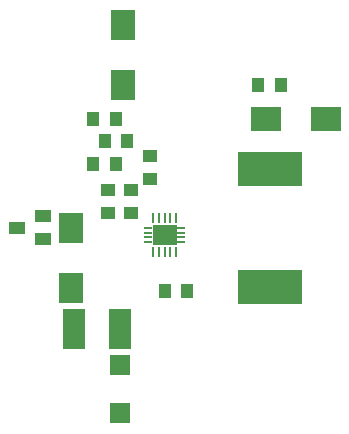
<source format=gbr>
%TF.GenerationSoftware,KiCad,Pcbnew,6.0.4-6f826c9f35~116~ubuntu20.04.1*%
%TF.CreationDate,2022-07-20T12:46:52+00:00*%
%TF.ProjectId,TPS63060V01B,54505336-3330-4363-9056-3031422e6b69,rev?*%
%TF.SameCoordinates,Original*%
%TF.FileFunction,Paste,Bot*%
%TF.FilePolarity,Positive*%
%FSLAX46Y46*%
G04 Gerber Fmt 4.6, Leading zero omitted, Abs format (unit mm)*
G04 Created by KiCad (PCBNEW 6.0.4-6f826c9f35~116~ubuntu20.04.1) date 2022-07-20 12:46:52*
%MOMM*%
%LPD*%
G01*
G04 APERTURE LIST*
%ADD10R,1.295400X0.990600*%
%ADD11R,0.990600X1.295400*%
%ADD12R,1.400000X1.000000*%
%ADD13R,1.700000X1.800000*%
%ADD14R,5.500000X3.000000*%
%ADD15R,2.540000X2.159000*%
%ADD16R,2.159000X2.540000*%
%ADD17R,1.900000X3.400000*%
%ADD18R,0.280000X0.850000*%
%ADD19R,2.150000X1.700000*%
%ADD20R,0.700000X0.250000*%
G04 APERTURE END LIST*
D10*
%TO.C,C1*%
X145008600Y-103101100D03*
X145008600Y-105001100D03*
%TD*%
D11*
%TO.C,R2*%
X144688600Y-98971100D03*
X142788600Y-98971100D03*
%TD*%
%TO.C,C16*%
X149768600Y-111671100D03*
X147868600Y-111671100D03*
%TD*%
%TO.C,C2*%
X157706100Y-94208600D03*
X155806100Y-94208600D03*
%TD*%
D12*
%TO.C,X9*%
X137536100Y-105323600D03*
X137536100Y-107223600D03*
X135336100Y-106273600D03*
%TD*%
D13*
%TO.C,D1*%
X144056100Y-121976100D03*
X144056100Y-117876100D03*
%TD*%
D11*
%TO.C,R5*%
X141836100Y-97066100D03*
X143736100Y-97066100D03*
%TD*%
D14*
%TO.C,L1*%
X156756100Y-111273600D03*
X156756100Y-101273600D03*
%TD*%
D10*
%TO.C,R3*%
X143103600Y-105001100D03*
X143103600Y-103101100D03*
%TD*%
%TO.C,C5*%
X146596100Y-102143600D03*
X146596100Y-100243600D03*
%TD*%
D15*
%TO.C,C6*%
X156438600Y-97066100D03*
X161518600Y-97066100D03*
%TD*%
D11*
%TO.C,R4*%
X141836100Y-100876100D03*
X143736100Y-100876100D03*
%TD*%
D16*
%TO.C,C3*%
X144373600Y-94208600D03*
X144373600Y-89128600D03*
%TD*%
D17*
%TO.C,P1*%
X144101100Y-114846100D03*
X140201100Y-114846100D03*
%TD*%
D18*
%TO.C,X5*%
X148866100Y-108383600D03*
X148366100Y-108383600D03*
X147866100Y-108383600D03*
X147366100Y-108383600D03*
X146866100Y-108383600D03*
X146866100Y-105433600D03*
X147366100Y-105433600D03*
X147866100Y-105433600D03*
X148366100Y-105433600D03*
X148866100Y-105433600D03*
D19*
X147866100Y-106908600D03*
D20*
X149291100Y-107508600D03*
X149291100Y-107108600D03*
X149291100Y-106708600D03*
X149291100Y-106308600D03*
X146441100Y-106308600D03*
X146441100Y-106708600D03*
X146441100Y-107108600D03*
X146441100Y-107508600D03*
D19*
X147866100Y-106908600D03*
%TD*%
D16*
%TO.C,C20*%
X139928600Y-111353600D03*
X139928600Y-106273600D03*
%TD*%
M02*

</source>
